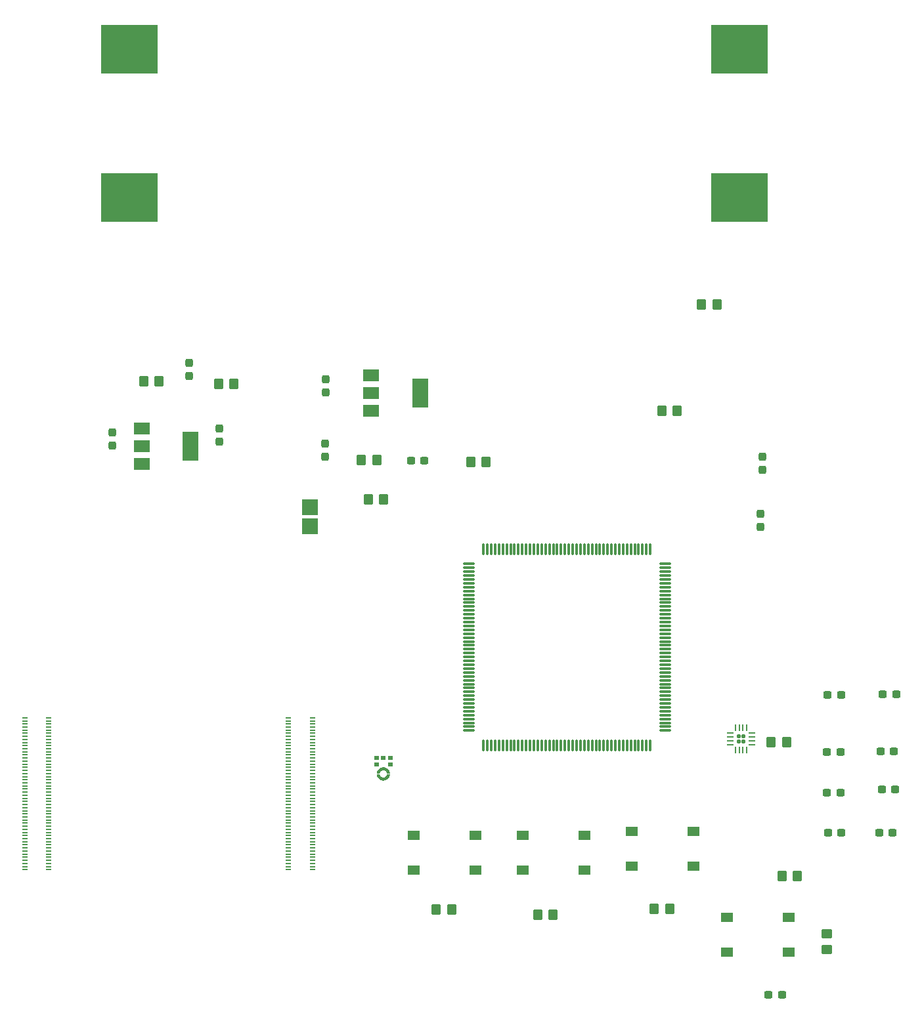
<source format=gbr>
G04 #@! TF.GenerationSoftware,KiCad,Pcbnew,9.0.0*
G04 #@! TF.CreationDate,2025-03-12T23:10:26-05:00*
G04 #@! TF.ProjectId,Portable Offline Translator,506f7274-6162-46c6-9520-4f66666c696e,rev?*
G04 #@! TF.SameCoordinates,Original*
G04 #@! TF.FileFunction,Paste,Top*
G04 #@! TF.FilePolarity,Positive*
%FSLAX46Y46*%
G04 Gerber Fmt 4.6, Leading zero omitted, Abs format (unit mm)*
G04 Created by KiCad (PCBNEW 9.0.0) date 2025-03-12 23:10:26*
%MOMM*%
%LPD*%
G01*
G04 APERTURE LIST*
G04 Aperture macros list*
%AMRoundRect*
0 Rectangle with rounded corners*
0 $1 Rounding radius*
0 $2 $3 $4 $5 $6 $7 $8 $9 X,Y pos of 4 corners*
0 Add a 4 corners polygon primitive as box body*
4,1,4,$2,$3,$4,$5,$6,$7,$8,$9,$2,$3,0*
0 Add four circle primitives for the rounded corners*
1,1,$1+$1,$2,$3*
1,1,$1+$1,$4,$5*
1,1,$1+$1,$6,$7*
1,1,$1+$1,$8,$9*
0 Add four rect primitives between the rounded corners*
20,1,$1+$1,$2,$3,$4,$5,0*
20,1,$1+$1,$4,$5,$6,$7,0*
20,1,$1+$1,$6,$7,$8,$9,0*
20,1,$1+$1,$8,$9,$2,$3,0*%
G04 Aperture macros list end*
%ADD10C,0.001000*%
%ADD11R,1.550000X1.300000*%
%ADD12RoundRect,0.250000X0.350000X0.450000X-0.350000X0.450000X-0.350000X-0.450000X0.350000X-0.450000X0*%
%ADD13RoundRect,0.237500X0.237500X-0.300000X0.237500X0.300000X-0.237500X0.300000X-0.237500X-0.300000X0*%
%ADD14RoundRect,0.250000X-0.350000X-0.450000X0.350000X-0.450000X0.350000X0.450000X-0.350000X0.450000X0*%
%ADD15R,2.000000X1.500000*%
%ADD16R,2.000000X3.800000*%
%ADD17R,2.000000X2.000000*%
%ADD18RoundRect,0.237500X-0.300000X-0.237500X0.300000X-0.237500X0.300000X0.237500X-0.300000X0.237500X0*%
%ADD19RoundRect,0.250000X0.450000X-0.350000X0.450000X0.350000X-0.450000X0.350000X-0.450000X-0.350000X0*%
%ADD20RoundRect,0.237500X-0.237500X0.300000X-0.237500X-0.300000X0.237500X-0.300000X0.237500X0.300000X0*%
%ADD21R,0.700000X0.200000*%
%ADD22RoundRect,0.125000X0.125000X0.125000X-0.125000X0.125000X-0.125000X-0.125000X0.125000X-0.125000X0*%
%ADD23RoundRect,0.062500X0.350000X0.062500X-0.350000X0.062500X-0.350000X-0.062500X0.350000X-0.062500X0*%
%ADD24RoundRect,0.062500X0.062500X0.350000X-0.062500X0.350000X-0.062500X-0.350000X0.062500X-0.350000X0*%
%ADD25RoundRect,0.075000X-0.675000X-0.075000X0.675000X-0.075000X0.675000X0.075000X-0.675000X0.075000X0*%
%ADD26RoundRect,0.075000X-0.075000X-0.675000X0.075000X-0.675000X0.075000X0.675000X-0.075000X0.675000X0*%
%ADD27R,7.340000X6.350000*%
G04 APERTURE END LIST*
D10*
X128904400Y-121689000D02*
X128404400Y-121689000D01*
X128404400Y-121267000D01*
X128904400Y-121267000D01*
X128904400Y-121689000D01*
G36*
X128904400Y-121689000D02*
G01*
X128404400Y-121689000D01*
X128404400Y-121267000D01*
X128904400Y-121267000D01*
X128904400Y-121689000D01*
G37*
X128904400Y-122511000D02*
X128404400Y-122511000D01*
X128404400Y-122089000D01*
X128904400Y-122089000D01*
X128904400Y-122511000D01*
G36*
X128904400Y-122511000D02*
G01*
X128404400Y-122511000D01*
X128404400Y-122089000D01*
X128904400Y-122089000D01*
X128904400Y-122511000D01*
G37*
X129804400Y-121689000D02*
X129304400Y-121689000D01*
X129304400Y-121267000D01*
X129804400Y-121267000D01*
X129804400Y-121689000D01*
G36*
X129804400Y-121689000D02*
G01*
X129304400Y-121689000D01*
X129304400Y-121267000D01*
X129804400Y-121267000D01*
X129804400Y-121689000D01*
G37*
X130704400Y-121689000D02*
X130204400Y-121689000D01*
X130204400Y-121267000D01*
X130704400Y-121267000D01*
X130704400Y-121689000D01*
G36*
X130704400Y-121689000D02*
G01*
X130204400Y-121689000D01*
X130204400Y-121267000D01*
X130704400Y-121267000D01*
X130704400Y-121689000D01*
G37*
X130704400Y-122511000D02*
X130204400Y-122511000D01*
X130204400Y-122089000D01*
X130704400Y-122089000D01*
X130704400Y-122511000D01*
G36*
X130704400Y-122511000D02*
G01*
X130204400Y-122511000D01*
X130204400Y-122089000D01*
X130704400Y-122089000D01*
X130704400Y-122511000D01*
G37*
X129504400Y-123042000D02*
X129483400Y-123044000D01*
X129459400Y-123048000D01*
X129436400Y-123053000D01*
X129413400Y-123059000D01*
X129391400Y-123066000D01*
X129368400Y-123074000D01*
X129346400Y-123083000D01*
X129325400Y-123093000D01*
X129304400Y-123104000D01*
X129284400Y-123116000D01*
X129264400Y-123129000D01*
X129244400Y-123142000D01*
X129226400Y-123157000D01*
X129208400Y-123173000D01*
X129191400Y-123189000D01*
X129175400Y-123206000D01*
X129159400Y-123224000D01*
X129144400Y-123242000D01*
X129131400Y-123262000D01*
X129118400Y-123282000D01*
X129106400Y-123302000D01*
X129095400Y-123323000D01*
X129085400Y-123344000D01*
X129076400Y-123366000D01*
X129068400Y-123389000D01*
X129061400Y-123411000D01*
X129055400Y-123434000D01*
X129050400Y-123457000D01*
X129046400Y-123481000D01*
X129044400Y-123502000D01*
X128744400Y-123502000D01*
X128747400Y-123463000D01*
X128752400Y-123425000D01*
X128759400Y-123386000D01*
X128767400Y-123348000D01*
X128778400Y-123310000D01*
X128790400Y-123272000D01*
X128805400Y-123236000D01*
X128821400Y-123200000D01*
X128838400Y-123165000D01*
X128858400Y-123131000D01*
X128879400Y-123098000D01*
X128901400Y-123065000D01*
X128926400Y-123034000D01*
X128951400Y-123005000D01*
X128978400Y-122976000D01*
X129007400Y-122949000D01*
X129036400Y-122924000D01*
X129067400Y-122899000D01*
X129100400Y-122877000D01*
X129133400Y-122856000D01*
X129167400Y-122836000D01*
X129202400Y-122819000D01*
X129238400Y-122803000D01*
X129274400Y-122788000D01*
X129312400Y-122776000D01*
X129350400Y-122765000D01*
X129388400Y-122757000D01*
X129427400Y-122750000D01*
X129465400Y-122745000D01*
X129504400Y-122742000D01*
X129504400Y-123042000D01*
G36*
X129504400Y-123042000D02*
G01*
X129483400Y-123044000D01*
X129459400Y-123048000D01*
X129436400Y-123053000D01*
X129413400Y-123059000D01*
X129391400Y-123066000D01*
X129368400Y-123074000D01*
X129346400Y-123083000D01*
X129325400Y-123093000D01*
X129304400Y-123104000D01*
X129284400Y-123116000D01*
X129264400Y-123129000D01*
X129244400Y-123142000D01*
X129226400Y-123157000D01*
X129208400Y-123173000D01*
X129191400Y-123189000D01*
X129175400Y-123206000D01*
X129159400Y-123224000D01*
X129144400Y-123242000D01*
X129131400Y-123262000D01*
X129118400Y-123282000D01*
X129106400Y-123302000D01*
X129095400Y-123323000D01*
X129085400Y-123344000D01*
X129076400Y-123366000D01*
X129068400Y-123389000D01*
X129061400Y-123411000D01*
X129055400Y-123434000D01*
X129050400Y-123457000D01*
X129046400Y-123481000D01*
X129044400Y-123502000D01*
X128744400Y-123502000D01*
X128747400Y-123463000D01*
X128752400Y-123425000D01*
X128759400Y-123386000D01*
X128767400Y-123348000D01*
X128778400Y-123310000D01*
X128790400Y-123272000D01*
X128805400Y-123236000D01*
X128821400Y-123200000D01*
X128838400Y-123165000D01*
X128858400Y-123131000D01*
X128879400Y-123098000D01*
X128901400Y-123065000D01*
X128926400Y-123034000D01*
X128951400Y-123005000D01*
X128978400Y-122976000D01*
X129007400Y-122949000D01*
X129036400Y-122924000D01*
X129067400Y-122899000D01*
X129100400Y-122877000D01*
X129133400Y-122856000D01*
X129167400Y-122836000D01*
X129202400Y-122819000D01*
X129238400Y-122803000D01*
X129274400Y-122788000D01*
X129312400Y-122776000D01*
X129350400Y-122765000D01*
X129388400Y-122757000D01*
X129427400Y-122750000D01*
X129465400Y-122745000D01*
X129504400Y-122742000D01*
X129504400Y-123042000D01*
G37*
X129046400Y-123623000D02*
X129050400Y-123647000D01*
X129055400Y-123670000D01*
X129061400Y-123693000D01*
X129068400Y-123715000D01*
X129076400Y-123738000D01*
X129085400Y-123760000D01*
X129095400Y-123781000D01*
X129106400Y-123802000D01*
X129118400Y-123822000D01*
X129131400Y-123842000D01*
X129144400Y-123862000D01*
X129159400Y-123880000D01*
X129175400Y-123898000D01*
X129191400Y-123915000D01*
X129208400Y-123931000D01*
X129226400Y-123947000D01*
X129244400Y-123962000D01*
X129264400Y-123975000D01*
X129284400Y-123988000D01*
X129304400Y-124000000D01*
X129325400Y-124011000D01*
X129346400Y-124021000D01*
X129368400Y-124030000D01*
X129391400Y-124038000D01*
X129413400Y-124045000D01*
X129436400Y-124051000D01*
X129459400Y-124056000D01*
X129483400Y-124060000D01*
X129504400Y-124062000D01*
X129504400Y-124362000D01*
X129465400Y-124359000D01*
X129427400Y-124354000D01*
X129388400Y-124347000D01*
X129350400Y-124339000D01*
X129312400Y-124328000D01*
X129274400Y-124316000D01*
X129238400Y-124301000D01*
X129202400Y-124285000D01*
X129167400Y-124268000D01*
X129133400Y-124248000D01*
X129100400Y-124227000D01*
X129067400Y-124205000D01*
X129036400Y-124180000D01*
X129007400Y-124155000D01*
X128978400Y-124128000D01*
X128951400Y-124099000D01*
X128926400Y-124070000D01*
X128901400Y-124039000D01*
X128879400Y-124006000D01*
X128858400Y-123973000D01*
X128838400Y-123939000D01*
X128821400Y-123904000D01*
X128805400Y-123868000D01*
X128790400Y-123832000D01*
X128778400Y-123794000D01*
X128767400Y-123756000D01*
X128759400Y-123718000D01*
X128752400Y-123679000D01*
X128747400Y-123641000D01*
X128744400Y-123602000D01*
X129044400Y-123602000D01*
X129046400Y-123623000D01*
G36*
X129046400Y-123623000D02*
G01*
X129050400Y-123647000D01*
X129055400Y-123670000D01*
X129061400Y-123693000D01*
X129068400Y-123715000D01*
X129076400Y-123738000D01*
X129085400Y-123760000D01*
X129095400Y-123781000D01*
X129106400Y-123802000D01*
X129118400Y-123822000D01*
X129131400Y-123842000D01*
X129144400Y-123862000D01*
X129159400Y-123880000D01*
X129175400Y-123898000D01*
X129191400Y-123915000D01*
X129208400Y-123931000D01*
X129226400Y-123947000D01*
X129244400Y-123962000D01*
X129264400Y-123975000D01*
X129284400Y-123988000D01*
X129304400Y-124000000D01*
X129325400Y-124011000D01*
X129346400Y-124021000D01*
X129368400Y-124030000D01*
X129391400Y-124038000D01*
X129413400Y-124045000D01*
X129436400Y-124051000D01*
X129459400Y-124056000D01*
X129483400Y-124060000D01*
X129504400Y-124062000D01*
X129504400Y-124362000D01*
X129465400Y-124359000D01*
X129427400Y-124354000D01*
X129388400Y-124347000D01*
X129350400Y-124339000D01*
X129312400Y-124328000D01*
X129274400Y-124316000D01*
X129238400Y-124301000D01*
X129202400Y-124285000D01*
X129167400Y-124268000D01*
X129133400Y-124248000D01*
X129100400Y-124227000D01*
X129067400Y-124205000D01*
X129036400Y-124180000D01*
X129007400Y-124155000D01*
X128978400Y-124128000D01*
X128951400Y-124099000D01*
X128926400Y-124070000D01*
X128901400Y-124039000D01*
X128879400Y-124006000D01*
X128858400Y-123973000D01*
X128838400Y-123939000D01*
X128821400Y-123904000D01*
X128805400Y-123868000D01*
X128790400Y-123832000D01*
X128778400Y-123794000D01*
X128767400Y-123756000D01*
X128759400Y-123718000D01*
X128752400Y-123679000D01*
X128747400Y-123641000D01*
X128744400Y-123602000D01*
X129044400Y-123602000D01*
X129046400Y-123623000D01*
G37*
X129643400Y-122745000D02*
X129681400Y-122750000D01*
X129720400Y-122757000D01*
X129758400Y-122765000D01*
X129796400Y-122776000D01*
X129834400Y-122788000D01*
X129870400Y-122803000D01*
X129906400Y-122819000D01*
X129941400Y-122836000D01*
X129975400Y-122856000D01*
X130008400Y-122877000D01*
X130041400Y-122899000D01*
X130072400Y-122924000D01*
X130101400Y-122949000D01*
X130130400Y-122976000D01*
X130157400Y-123005000D01*
X130182400Y-123034000D01*
X130207400Y-123065000D01*
X130229400Y-123098000D01*
X130250400Y-123131000D01*
X130270400Y-123165000D01*
X130287400Y-123200000D01*
X130303400Y-123236000D01*
X130318400Y-123272000D01*
X130330400Y-123310000D01*
X130341400Y-123348000D01*
X130349400Y-123386000D01*
X130356400Y-123425000D01*
X130361400Y-123463000D01*
X130364400Y-123502000D01*
X130064400Y-123502000D01*
X130062400Y-123481000D01*
X130058400Y-123457000D01*
X130053400Y-123434000D01*
X130047400Y-123411000D01*
X130040400Y-123389000D01*
X130032400Y-123366000D01*
X130023400Y-123344000D01*
X130013400Y-123323000D01*
X130002400Y-123302000D01*
X129990400Y-123282000D01*
X129977400Y-123262000D01*
X129964400Y-123242000D01*
X129949400Y-123224000D01*
X129933400Y-123206000D01*
X129917400Y-123189000D01*
X129900400Y-123173000D01*
X129882400Y-123157000D01*
X129864400Y-123142000D01*
X129844400Y-123129000D01*
X129824400Y-123116000D01*
X129804400Y-123104000D01*
X129783400Y-123093000D01*
X129762400Y-123083000D01*
X129740400Y-123074000D01*
X129717400Y-123066000D01*
X129695400Y-123059000D01*
X129672400Y-123053000D01*
X129649400Y-123048000D01*
X129625400Y-123044000D01*
X129604400Y-123042000D01*
X129604400Y-122742000D01*
X129643400Y-122745000D01*
G36*
X129643400Y-122745000D02*
G01*
X129681400Y-122750000D01*
X129720400Y-122757000D01*
X129758400Y-122765000D01*
X129796400Y-122776000D01*
X129834400Y-122788000D01*
X129870400Y-122803000D01*
X129906400Y-122819000D01*
X129941400Y-122836000D01*
X129975400Y-122856000D01*
X130008400Y-122877000D01*
X130041400Y-122899000D01*
X130072400Y-122924000D01*
X130101400Y-122949000D01*
X130130400Y-122976000D01*
X130157400Y-123005000D01*
X130182400Y-123034000D01*
X130207400Y-123065000D01*
X130229400Y-123098000D01*
X130250400Y-123131000D01*
X130270400Y-123165000D01*
X130287400Y-123200000D01*
X130303400Y-123236000D01*
X130318400Y-123272000D01*
X130330400Y-123310000D01*
X130341400Y-123348000D01*
X130349400Y-123386000D01*
X130356400Y-123425000D01*
X130361400Y-123463000D01*
X130364400Y-123502000D01*
X130064400Y-123502000D01*
X130062400Y-123481000D01*
X130058400Y-123457000D01*
X130053400Y-123434000D01*
X130047400Y-123411000D01*
X130040400Y-123389000D01*
X130032400Y-123366000D01*
X130023400Y-123344000D01*
X130013400Y-123323000D01*
X130002400Y-123302000D01*
X129990400Y-123282000D01*
X129977400Y-123262000D01*
X129964400Y-123242000D01*
X129949400Y-123224000D01*
X129933400Y-123206000D01*
X129917400Y-123189000D01*
X129900400Y-123173000D01*
X129882400Y-123157000D01*
X129864400Y-123142000D01*
X129844400Y-123129000D01*
X129824400Y-123116000D01*
X129804400Y-123104000D01*
X129783400Y-123093000D01*
X129762400Y-123083000D01*
X129740400Y-123074000D01*
X129717400Y-123066000D01*
X129695400Y-123059000D01*
X129672400Y-123053000D01*
X129649400Y-123048000D01*
X129625400Y-123044000D01*
X129604400Y-123042000D01*
X129604400Y-122742000D01*
X129643400Y-122745000D01*
G37*
X130361400Y-123641000D02*
X130356400Y-123679000D01*
X130349400Y-123718000D01*
X130341400Y-123756000D01*
X130330400Y-123794000D01*
X130318400Y-123832000D01*
X130303400Y-123868000D01*
X130287400Y-123904000D01*
X130270400Y-123939000D01*
X130250400Y-123973000D01*
X130229400Y-124006000D01*
X130207400Y-124039000D01*
X130182400Y-124070000D01*
X130157400Y-124099000D01*
X130130400Y-124128000D01*
X130101400Y-124155000D01*
X130072400Y-124180000D01*
X130041400Y-124205000D01*
X130008400Y-124227000D01*
X129975400Y-124248000D01*
X129941400Y-124268000D01*
X129906400Y-124285000D01*
X129870400Y-124301000D01*
X129834400Y-124316000D01*
X129796400Y-124328000D01*
X129758400Y-124339000D01*
X129720400Y-124347000D01*
X129681400Y-124354000D01*
X129643400Y-124359000D01*
X129604400Y-124362000D01*
X129604400Y-124062000D01*
X129625400Y-124060000D01*
X129649400Y-124056000D01*
X129672400Y-124051000D01*
X129695400Y-124045000D01*
X129717400Y-124038000D01*
X129740400Y-124030000D01*
X129762400Y-124021000D01*
X129783400Y-124011000D01*
X129804400Y-124000000D01*
X129824400Y-123988000D01*
X129844400Y-123975000D01*
X129864400Y-123962000D01*
X129882400Y-123947000D01*
X129900400Y-123931000D01*
X129917400Y-123915000D01*
X129933400Y-123898000D01*
X129949400Y-123880000D01*
X129964400Y-123862000D01*
X129977400Y-123842000D01*
X129990400Y-123822000D01*
X130002400Y-123802000D01*
X130013400Y-123781000D01*
X130023400Y-123760000D01*
X130032400Y-123738000D01*
X130040400Y-123715000D01*
X130047400Y-123693000D01*
X130053400Y-123670000D01*
X130058400Y-123647000D01*
X130062400Y-123623000D01*
X130064400Y-123602000D01*
X130364400Y-123602000D01*
X130361400Y-123641000D01*
G36*
X130361400Y-123641000D02*
G01*
X130356400Y-123679000D01*
X130349400Y-123718000D01*
X130341400Y-123756000D01*
X130330400Y-123794000D01*
X130318400Y-123832000D01*
X130303400Y-123868000D01*
X130287400Y-123904000D01*
X130270400Y-123939000D01*
X130250400Y-123973000D01*
X130229400Y-124006000D01*
X130207400Y-124039000D01*
X130182400Y-124070000D01*
X130157400Y-124099000D01*
X130130400Y-124128000D01*
X130101400Y-124155000D01*
X130072400Y-124180000D01*
X130041400Y-124205000D01*
X130008400Y-124227000D01*
X129975400Y-124248000D01*
X129941400Y-124268000D01*
X129906400Y-124285000D01*
X129870400Y-124301000D01*
X129834400Y-124316000D01*
X129796400Y-124328000D01*
X129758400Y-124339000D01*
X129720400Y-124347000D01*
X129681400Y-124354000D01*
X129643400Y-124359000D01*
X129604400Y-124362000D01*
X129604400Y-124062000D01*
X129625400Y-124060000D01*
X129649400Y-124056000D01*
X129672400Y-124051000D01*
X129695400Y-124045000D01*
X129717400Y-124038000D01*
X129740400Y-124030000D01*
X129762400Y-124021000D01*
X129783400Y-124011000D01*
X129804400Y-124000000D01*
X129824400Y-123988000D01*
X129844400Y-123975000D01*
X129864400Y-123962000D01*
X129882400Y-123947000D01*
X129900400Y-123931000D01*
X129917400Y-123915000D01*
X129933400Y-123898000D01*
X129949400Y-123880000D01*
X129964400Y-123862000D01*
X129977400Y-123842000D01*
X129990400Y-123822000D01*
X130002400Y-123802000D01*
X130013400Y-123781000D01*
X130023400Y-123760000D01*
X130032400Y-123738000D01*
X130040400Y-123715000D01*
X130047400Y-123693000D01*
X130053400Y-123670000D01*
X130058400Y-123647000D01*
X130062400Y-123623000D01*
X130064400Y-123602000D01*
X130364400Y-123602000D01*
X130361400Y-123641000D01*
G37*
D11*
X133528000Y-131517000D03*
X141478000Y-131517000D03*
X133528000Y-136017000D03*
X141478000Y-136017000D03*
D12*
X167497000Y-76708000D03*
X165497000Y-76708000D03*
D13*
X94615000Y-81253500D03*
X94615000Y-79528500D03*
D14*
X180991000Y-136779000D03*
X182991000Y-136779000D03*
D11*
X181813000Y-146613000D03*
X173863000Y-146613000D03*
X181813000Y-142113000D03*
X173863000Y-142113000D03*
D15*
X98450000Y-78980000D03*
X98450000Y-81280000D03*
D16*
X104750000Y-81280000D03*
D15*
X98450000Y-83580000D03*
D17*
X120153000Y-91674000D03*
X120153000Y-89174000D03*
D18*
X193521500Y-131191000D03*
X195246500Y-131191000D03*
D15*
X128041000Y-72122000D03*
X128041000Y-74422000D03*
D16*
X134341000Y-74422000D03*
D15*
X128041000Y-76722000D03*
D18*
X193876000Y-125603000D03*
X195601000Y-125603000D03*
D19*
X186728000Y-146252000D03*
X186728000Y-144252000D03*
D18*
X186790500Y-120777000D03*
X188515500Y-120777000D03*
D20*
X122047000Y-80925500D03*
X122047000Y-82650500D03*
D13*
X104521000Y-72236500D03*
X104521000Y-70511500D03*
X178435000Y-84391500D03*
X178435000Y-82666500D03*
X178181000Y-91757500D03*
X178181000Y-90032500D03*
D18*
X133149000Y-83185000D03*
X134874000Y-83185000D03*
D14*
X136414000Y-141097000D03*
X138414000Y-141097000D03*
D11*
X161633000Y-130973000D03*
X169583000Y-130973000D03*
X161633000Y-135473000D03*
X169583000Y-135473000D03*
D18*
X193982000Y-113284000D03*
X195707000Y-113284000D03*
D21*
X83348000Y-116340000D03*
X86428000Y-116340000D03*
X83348000Y-116740000D03*
X86428000Y-116740000D03*
X83348000Y-117140000D03*
X86428000Y-117140000D03*
X83348000Y-117540000D03*
X86428000Y-117540000D03*
X83348000Y-117940000D03*
X86428000Y-117940000D03*
X83348000Y-118340000D03*
X86428000Y-118340000D03*
X83348000Y-118740000D03*
X86428000Y-118740000D03*
X83348000Y-119140000D03*
X86428000Y-119140000D03*
X83348000Y-119540000D03*
X86428000Y-119540000D03*
X83348000Y-119940000D03*
X86428000Y-119940000D03*
X83348000Y-120340000D03*
X86428000Y-120340000D03*
X83348000Y-120740000D03*
X86428000Y-120740000D03*
X83348000Y-121140000D03*
X86428000Y-121140000D03*
X83348000Y-121540000D03*
X86428000Y-121540000D03*
X83348000Y-121940000D03*
X86428000Y-121940000D03*
X83348000Y-122340000D03*
X86428000Y-122340000D03*
X83348000Y-122740000D03*
X86428000Y-122740000D03*
X83348000Y-123140000D03*
X86428000Y-123140000D03*
X83348000Y-123540000D03*
X86428000Y-123540000D03*
X83348000Y-123940000D03*
X86428000Y-123940000D03*
X83348000Y-124340000D03*
X86428000Y-124340000D03*
X83348000Y-124740000D03*
X86428000Y-124740000D03*
X83348000Y-125140000D03*
X86428000Y-125140000D03*
X83348000Y-125540000D03*
X86428000Y-125540000D03*
X83348000Y-125940000D03*
X86428000Y-125940000D03*
X83348000Y-126340000D03*
X86428000Y-126340000D03*
X83348000Y-126740000D03*
X86428000Y-126740000D03*
X83348000Y-127140000D03*
X86428000Y-127140000D03*
X83348000Y-127540000D03*
X86428000Y-127540000D03*
X83348000Y-127940000D03*
X86428000Y-127940000D03*
X83348000Y-128340000D03*
X86428000Y-128340000D03*
X83348000Y-128740000D03*
X86428000Y-128740000D03*
X83348000Y-129140000D03*
X86428000Y-129140000D03*
X83348000Y-129540000D03*
X86428000Y-129540000D03*
X83348000Y-129940000D03*
X86428000Y-129940000D03*
X83348000Y-130340000D03*
X86428000Y-130340000D03*
X83348000Y-130740000D03*
X86428000Y-130740000D03*
X83348000Y-131140000D03*
X86428000Y-131140000D03*
X83348000Y-131540000D03*
X86428000Y-131540000D03*
X83348000Y-131940000D03*
X86428000Y-131940000D03*
X83348000Y-132340000D03*
X86428000Y-132340000D03*
X83348000Y-132740000D03*
X86428000Y-132740000D03*
X83348000Y-133140000D03*
X86428000Y-133140000D03*
X83348000Y-133540000D03*
X86428000Y-133540000D03*
X83348000Y-133940000D03*
X86428000Y-133940000D03*
X83348000Y-134340000D03*
X86428000Y-134340000D03*
X83348000Y-134740000D03*
X86428000Y-134740000D03*
X83348000Y-135140000D03*
X86428000Y-135140000D03*
X83348000Y-135540000D03*
X86428000Y-135540000D03*
X83348000Y-135940000D03*
X86428000Y-135940000D03*
X117348000Y-116340000D03*
X120428000Y-116340000D03*
X117348000Y-116740000D03*
X120428000Y-116740000D03*
X117348000Y-117140000D03*
X120428000Y-117140000D03*
X117348000Y-117540000D03*
X120428000Y-117540000D03*
X117348000Y-117940000D03*
X120428000Y-117940000D03*
X117348000Y-118340000D03*
X120428000Y-118340000D03*
X117348000Y-118740000D03*
X120428000Y-118740000D03*
X117348000Y-119140000D03*
X120428000Y-119140000D03*
X117348000Y-119540000D03*
X120428000Y-119540000D03*
X117348000Y-119940000D03*
X120428000Y-119940000D03*
X117348000Y-120340000D03*
X120428000Y-120340000D03*
X117348000Y-120740000D03*
X120428000Y-120740000D03*
X117348000Y-121140000D03*
X120428000Y-121140000D03*
X117348000Y-121540000D03*
X120428000Y-121540000D03*
X117348000Y-121940000D03*
X120428000Y-121940000D03*
X117348000Y-122340000D03*
X120428000Y-122340000D03*
X117348000Y-122740000D03*
X120428000Y-122740000D03*
X117348000Y-123140000D03*
X120428000Y-123140000D03*
X117348000Y-123540000D03*
X120428000Y-123540000D03*
X117348000Y-123940000D03*
X120428000Y-123940000D03*
X117348000Y-124340000D03*
X120428000Y-124340000D03*
X117348000Y-124740000D03*
X120428000Y-124740000D03*
X117348000Y-125140000D03*
X120428000Y-125140000D03*
X117348000Y-125540000D03*
X120428000Y-125540000D03*
X117348000Y-125940000D03*
X120428000Y-125940000D03*
X117348000Y-126340000D03*
X120428000Y-126340000D03*
X117348000Y-126740000D03*
X120428000Y-126740000D03*
X117348000Y-127140000D03*
X120428000Y-127140000D03*
X117348000Y-127540000D03*
X120428000Y-127540000D03*
X117348000Y-127940000D03*
X120428000Y-127940000D03*
X117348000Y-128340000D03*
X120428000Y-128340000D03*
X117348000Y-128740000D03*
X120428000Y-128740000D03*
X117348000Y-129140000D03*
X120428000Y-129140000D03*
X117348000Y-129540000D03*
X120428000Y-129540000D03*
X117348000Y-129940000D03*
X120428000Y-129940000D03*
X117348000Y-130340000D03*
X120428000Y-130340000D03*
X117348000Y-130740000D03*
X120428000Y-130740000D03*
X117348000Y-131140000D03*
X120428000Y-131140000D03*
X117348000Y-131540000D03*
X120428000Y-131540000D03*
X117348000Y-131940000D03*
X120428000Y-131940000D03*
X117348000Y-132340000D03*
X120428000Y-132340000D03*
X117348000Y-132740000D03*
X120428000Y-132740000D03*
X117348000Y-133140000D03*
X120428000Y-133140000D03*
X117348000Y-133540000D03*
X120428000Y-133540000D03*
X117348000Y-133940000D03*
X120428000Y-133940000D03*
X117348000Y-134340000D03*
X120428000Y-134340000D03*
X117348000Y-134740000D03*
X120428000Y-134740000D03*
X117348000Y-135140000D03*
X120428000Y-135140000D03*
X117348000Y-135540000D03*
X120428000Y-135540000D03*
X117348000Y-135940000D03*
X120428000Y-135940000D03*
D18*
X186870000Y-113411000D03*
X188595000Y-113411000D03*
D11*
X147536000Y-131481000D03*
X155486000Y-131481000D03*
X147536000Y-135981000D03*
X155486000Y-135981000D03*
D12*
X181594000Y-119507000D03*
X179594000Y-119507000D03*
D18*
X186790500Y-125984000D03*
X188515500Y-125984000D03*
D14*
X108347000Y-73279000D03*
X110347000Y-73279000D03*
X127625600Y-88188800D03*
X129625600Y-88188800D03*
D22*
X176022000Y-119365000D03*
X176022000Y-118745000D03*
X175402000Y-119365000D03*
X175402000Y-118745000D03*
D23*
X177149500Y-119805000D03*
X177149500Y-119305000D03*
X177149500Y-118805000D03*
X177149500Y-118305000D03*
D24*
X176462000Y-117617500D03*
X175962000Y-117617500D03*
X175462000Y-117617500D03*
X174962000Y-117617500D03*
D23*
X174274500Y-118305000D03*
X174274500Y-118805000D03*
X174274500Y-119305000D03*
X174274500Y-119805000D03*
D24*
X174962000Y-120492500D03*
X175462000Y-120492500D03*
X175962000Y-120492500D03*
X176462000Y-120492500D03*
D25*
X140577000Y-96498000D03*
X140577000Y-96998000D03*
X140577000Y-97498000D03*
X140577000Y-97998000D03*
X140577000Y-98498000D03*
X140577000Y-98998000D03*
X140577000Y-99498000D03*
X140577000Y-99998000D03*
X140577000Y-100498000D03*
X140577000Y-100998000D03*
X140577000Y-101498000D03*
X140577000Y-101998000D03*
X140577000Y-102498000D03*
X140577000Y-102998000D03*
X140577000Y-103498000D03*
X140577000Y-103998000D03*
X140577000Y-104498000D03*
X140577000Y-104998000D03*
X140577000Y-105498000D03*
X140577000Y-105998000D03*
X140577000Y-106498000D03*
X140577000Y-106998000D03*
X140577000Y-107498000D03*
X140577000Y-107998000D03*
X140577000Y-108498000D03*
X140577000Y-108998000D03*
X140577000Y-109498000D03*
X140577000Y-109998000D03*
X140577000Y-110498000D03*
X140577000Y-110998000D03*
X140577000Y-111498000D03*
X140577000Y-111998000D03*
X140577000Y-112498000D03*
X140577000Y-112998000D03*
X140577000Y-113498000D03*
X140577000Y-113998000D03*
X140577000Y-114498000D03*
X140577000Y-114998000D03*
X140577000Y-115498000D03*
X140577000Y-115998000D03*
X140577000Y-116498000D03*
X140577000Y-116998000D03*
X140577000Y-117498000D03*
X140577000Y-117998000D03*
D26*
X142502000Y-119923000D03*
X143002000Y-119923000D03*
X143502000Y-119923000D03*
X144002000Y-119923000D03*
X144502000Y-119923000D03*
X145002000Y-119923000D03*
X145502000Y-119923000D03*
X146002000Y-119923000D03*
X146502000Y-119923000D03*
X147002000Y-119923000D03*
X147502000Y-119923000D03*
X148002000Y-119923000D03*
X148502000Y-119923000D03*
X149002000Y-119923000D03*
X149502000Y-119923000D03*
X150002000Y-119923000D03*
X150502000Y-119923000D03*
X151002000Y-119923000D03*
X151502000Y-119923000D03*
X152002000Y-119923000D03*
X152502000Y-119923000D03*
X153002000Y-119923000D03*
X153502000Y-119923000D03*
X154002000Y-119923000D03*
X154502000Y-119923000D03*
X155002000Y-119923000D03*
X155502000Y-119923000D03*
X156002000Y-119923000D03*
X156502000Y-119923000D03*
X157002000Y-119923000D03*
X157502000Y-119923000D03*
X158002000Y-119923000D03*
X158502000Y-119923000D03*
X159002000Y-119923000D03*
X159502000Y-119923000D03*
X160002000Y-119923000D03*
X160502000Y-119923000D03*
X161002000Y-119923000D03*
X161502000Y-119923000D03*
X162002000Y-119923000D03*
X162502000Y-119923000D03*
X163002000Y-119923000D03*
X163502000Y-119923000D03*
X164002000Y-119923000D03*
D25*
X165927000Y-117998000D03*
X165927000Y-117498000D03*
X165927000Y-116998000D03*
X165927000Y-116498000D03*
X165927000Y-115998000D03*
X165927000Y-115498000D03*
X165927000Y-114998000D03*
X165927000Y-114498000D03*
X165927000Y-113998000D03*
X165927000Y-113498000D03*
X165927000Y-112998000D03*
X165927000Y-112498000D03*
X165927000Y-111998000D03*
X165927000Y-111498000D03*
X165927000Y-110998000D03*
X165927000Y-110498000D03*
X165927000Y-109998000D03*
X165927000Y-109498000D03*
X165927000Y-108998000D03*
X165927000Y-108498000D03*
X165927000Y-107998000D03*
X165927000Y-107498000D03*
X165927000Y-106998000D03*
X165927000Y-106498000D03*
X165927000Y-105998000D03*
X165927000Y-105498000D03*
X165927000Y-104998000D03*
X165927000Y-104498000D03*
X165927000Y-103998000D03*
X165927000Y-103498000D03*
X165927000Y-102998000D03*
X165927000Y-102498000D03*
X165927000Y-101998000D03*
X165927000Y-101498000D03*
X165927000Y-100998000D03*
X165927000Y-100498000D03*
X165927000Y-99998000D03*
X165927000Y-99498000D03*
X165927000Y-98998000D03*
X165927000Y-98498000D03*
X165927000Y-97998000D03*
X165927000Y-97498000D03*
X165927000Y-96998000D03*
X165927000Y-96498000D03*
D26*
X164002000Y-94573000D03*
X163502000Y-94573000D03*
X163002000Y-94573000D03*
X162502000Y-94573000D03*
X162002000Y-94573000D03*
X161502000Y-94573000D03*
X161002000Y-94573000D03*
X160502000Y-94573000D03*
X160002000Y-94573000D03*
X159502000Y-94573000D03*
X159002000Y-94573000D03*
X158502000Y-94573000D03*
X158002000Y-94573000D03*
X157502000Y-94573000D03*
X157002000Y-94573000D03*
X156502000Y-94573000D03*
X156002000Y-94573000D03*
X155502000Y-94573000D03*
X155002000Y-94573000D03*
X154502000Y-94573000D03*
X154002000Y-94573000D03*
X153502000Y-94573000D03*
X153002000Y-94573000D03*
X152502000Y-94573000D03*
X152002000Y-94573000D03*
X151502000Y-94573000D03*
X151002000Y-94573000D03*
X150502000Y-94573000D03*
X150002000Y-94573000D03*
X149502000Y-94573000D03*
X149002000Y-94573000D03*
X148502000Y-94573000D03*
X148002000Y-94573000D03*
X147502000Y-94573000D03*
X147002000Y-94573000D03*
X146502000Y-94573000D03*
X146002000Y-94573000D03*
X145502000Y-94573000D03*
X145002000Y-94573000D03*
X144502000Y-94573000D03*
X144002000Y-94573000D03*
X143502000Y-94573000D03*
X143002000Y-94573000D03*
X142502000Y-94573000D03*
D14*
X164497000Y-140970000D03*
X166497000Y-140970000D03*
X149495000Y-141732000D03*
X151495000Y-141732000D03*
X98695000Y-72898000D03*
X100695000Y-72898000D03*
X170593000Y-62992000D03*
X172593000Y-62992000D03*
D18*
X179261500Y-152110000D03*
X180986500Y-152110000D03*
X186891000Y-131191000D03*
X188616000Y-131191000D03*
D13*
X122174000Y-74395500D03*
X122174000Y-72670500D03*
D18*
X193675000Y-120650000D03*
X195400000Y-120650000D03*
D27*
X175474000Y-30069000D03*
X96814000Y-49179000D03*
X96814000Y-30069000D03*
X175474000Y-49179000D03*
D14*
X140859000Y-83312000D03*
X142859000Y-83312000D03*
D20*
X108458000Y-79020500D03*
X108458000Y-80745500D03*
D14*
X126762000Y-83058000D03*
X128762000Y-83058000D03*
M02*

</source>
